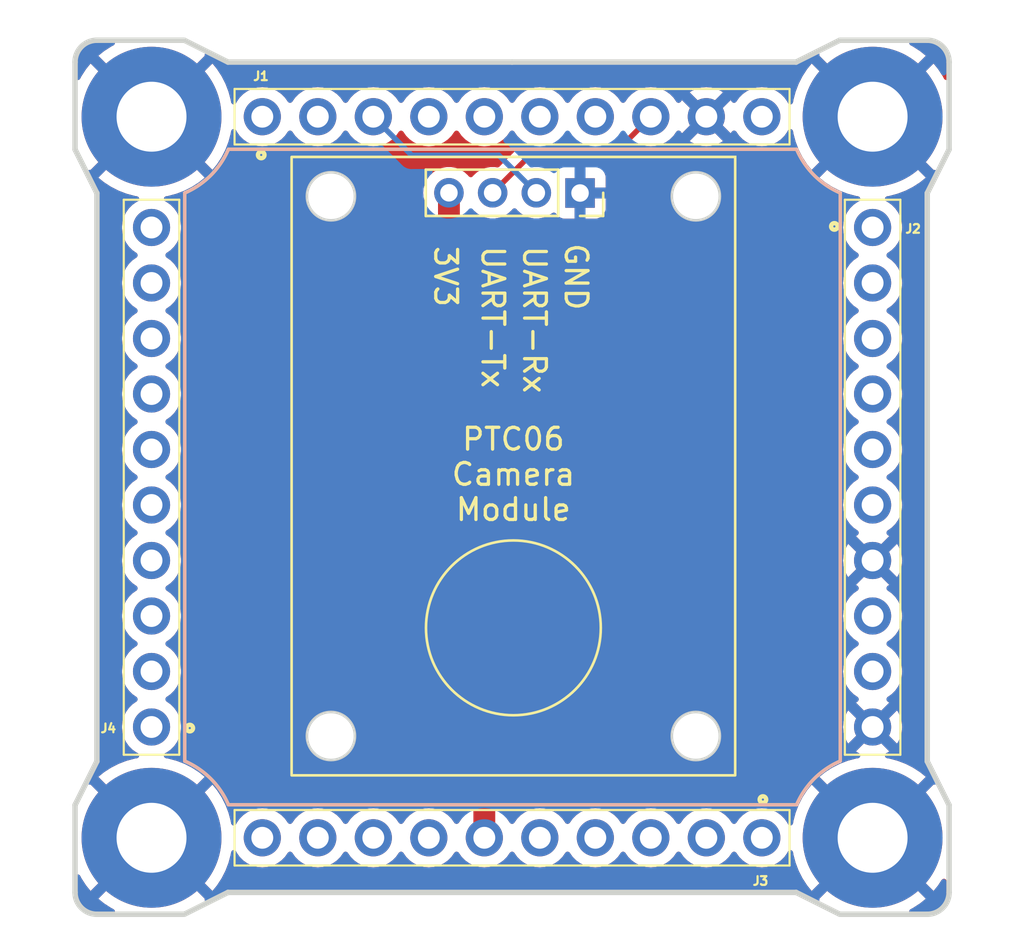
<source format=kicad_pcb>
(kicad_pcb (version 20221018) (generator pcbnew)
  (layers (0 "F.Cu" signal) (31 "B.Cu" signal) (34 "B.Paste" user) (35 "F.Paste" user) (36 "B.SilkS" user "B.Silkscreen") (37 "F.SilkS" user "F.Silkscreen") (38 "B.Mask" user) (39 "F.Mask" user) (44 "Edge.Cuts" user))
  (net 0 "")
  (net 1 "GND")
  (net 2 "/SDA1")
  (net 3 "/SCL1")
  (net 4 "/UART_RX")
  (net 5 "/KILLSWITCH+")
  (net 6 "/PFO")
  (net 7 "/BAT-")
  (net 8 "/NC")
  (net 9 "/UART_TX")
  (net 10 "/3V3_PERM")
  (net 11 "/STM32_PA15")
  (net 12 "/SWO")
  (net 13 "/BATT_NTC")
  (net 14 "/SOLAR_Y")
  (net 15 "/SEL_PH2")
  (net 16 "/SEL_PH1")
  (net 17 "/HEATER_PWR")
  (net 18 "/BURNCOMMS")
  (net 19 "/SOLAR_Z")
  (net 20 "/STM32_PB0")
  (net 21 "/ADCS_POWER")
  (net 22 "/RST_DRIVERS")
  (net 23 "/ADC_PH")
  (net 24 "/P{slash}L_POWER")
  (net 25 "/SEL_PH0")
  (net 26 "/VCC_UMBILICAL")
  (net 27 "/FAULT")
  (net 28 "/CHRG")
  (net 29 "/SOLAR_X")
  (net 30 "/CHRGOFF")
  (net 31 "/CLPROG")
  (net 32 "/SDA3")
  (net 33 "/NRST")
  (net 34 "/SWDIO")
  (net 35 "/SWCLK")
  (net 36 "/DAC_PL")
  (net 37 "/ADC_PL")
  (net 38 "/SCL3")
  (footprint "MountingHole:MountingHole_3.2mm_M3_Pad" (layer "F.Cu") (at 116.5 33.5)
    (fp_text reference "H2" hide)
    (fp_text value "MountingHole_Pad")
    (pad "1" thru_hole circle (at 0 0) (size 6.4 6.4) (drill 3.2) (layers "*.Cu" "*.Mask") (net 1 "GND"))
  )
  (footprint "connector-nsl:BBL-110-Y-X" (layer "F.Cu") (at 116.5 38.57 -90)
    (fp_text reference "J2" (at 0.061 -1.854 unlocked) (layer "F.SilkS") (effects (font (size 0.4 0.4))))
    (fp_text value "Conn_01x10" hide)
    (fp_line (start -1.27 -1.27) (end 24.13 -1.27) (stroke (width 0.1)) (layer "F.SilkS"))
    (fp_line (start -1.27 1.27) (end -1.27 -1.27) (stroke (width 0.1)) (layer "F.SilkS"))
    (fp_line (start 24.13 -1.27) (end 24.13 1.27) (stroke (width 0.1)) (layer "F.SilkS"))
    (fp_line (start 24.13 1.27) (end -1.27 1.27) (stroke (width 0.1)) (layer "F.SilkS"))
    (fp_circle (center -0.05 1.75) (end -0.05 1.8) (stroke (width 0.2)) (fill none) (layer "F.SilkS"))
    (pad "1" thru_hole circle (at 0 0 270) (size 1.7 1.7) (drill 1) (layers "*.Cu" "*.Mask") (net 11 "/STM32_PA15"))
    (pad "2" thru_hole circle (at 2.54 0 270) (size 1.7 1.7) (drill 1) (layers "*.Cu" "*.Mask") (net 12 "/SWO"))
    (pad "3" thru_hole circle (at 5.08 0 270) (size 1.7 1.7) (drill 1) (layers "*.Cu" "*.Mask") (net 13 "/BATT_NTC"))
    (pad "4" thru_hole circle (at 7.62 0 270) (size 1.7 1.7) (drill 1) (layers "*.Cu" "*.Mask") (net 14 "/SOLAR_Y"))
    (pad "5" thru_hole circle (at 10.16 0 270) (size 1.7 1.7) (drill 1) (layers "*.Cu" "*.Mask") (net 15 "/SEL_PH2"))
    (pad "6" thru_hole circle (at 12.7 0 270) (size 1.7 1.7) (drill 1) (layers "*.Cu" "*.Mask") (net 16 "/SEL_PH1"))
    (pad "7" thru_hole circle (at 15.24 0 270) (size 1.7 1.7) (drill 1) (layers "*.Cu" "*.Mask") (net 1 "GND"))
    (pad "8" thru_hole circle (at 17.78 0 270) (size 1.7 1.7) (drill 1) (layers "*.Cu" "*.Mask") (net 17 "/HEATER_PWR"))
    (pad "9" thru_hole circle (at 20.32 0 270) (size 1.7 1.7) (drill 1) (layers "*.Cu" "*.Mask") (net 18 "/BURNCOMMS"))
    (pad "10" thru_hole circle (at 22.86 0 270) (size 1.7 1.7) (drill 1) (layers "*.Cu" "*.Mask") (net 1 "GND"))
  )
  (footprint "connector-nsl:BBL-110-Y-X" (layer "F.Cu") (at 88.57 33.5)
    (fp_text reference "J1" (at -0.061 -1.854 unlocked) (layer "F.SilkS") (effects (font (size 0.4 0.4))))
    (fp_text value "Conn_01x10" hide)
    (fp_line (start -1.27 -1.27) (end 24.13 -1.27) (stroke (width 0.1)) (layer "F.SilkS"))
    (fp_line (start -1.27 1.27) (end -1.27 -1.27) (stroke (width 0.1)) (layer "F.SilkS"))
    (fp_line (start 24.13 -1.27) (end 24.13 1.27) (stroke (width 0.1)) (layer "F.SilkS"))
    (fp_line (start 24.13 1.27) (end -1.27 1.27) (stroke (width 0.1)) (layer "F.SilkS"))
    (fp_circle (center -0.05 1.75) (end -0.05 1.8) (stroke (width 0.2)) (fill none) (layer "F.SilkS"))
    (pad "1" thru_hole circle (at 0 0) (size 1.7 1.7) (drill 1) (layers "*.Cu" "*.Mask") (net 2 "/SDA1"))
    (pad "2" thru_hole circle (at 2.54 0) (size 1.7 1.7) (drill 1) (layers "*.Cu" "*.Mask") (net 3 "/SCL1"))
    (pad "3" thru_hole circle (at 5.08 0) (size 1.7 1.7) (drill 1) (layers "*.Cu" "*.Mask") (net 4 "/UART_RX"))
    (pad "4" thru_hole circle (at 7.62 0) (size 1.7 1.7) (drill 1) (layers "*.Cu" "*.Mask") (net 5 "/KILLSWITCH+"))
    (pad "5" thru_hole circle (at 10.16 0) (size 1.7 1.7) (drill 1) (layers "*.Cu" "*.Mask") (net 6 "/PFO"))
    (pad "6" thru_hole circle (at 12.7 0) (size 1.7 1.7) (drill 1) (layers "*.Cu" "*.Mask") (net 7 "/BAT-"))
    (pad "7" thru_hole circle (at 15.24 0) (size 1.7 1.7) (drill 1) (layers "*.Cu" "*.Mask") (net 8 "/NC"))
    (pad "8" thru_hole circle (at 17.78 0) (size 1.7 1.7) (drill 1) (layers "*.Cu" "*.Mask") (net 9 "/UART_TX"))
    (pad "9" thru_hole circle (at 20.32 0) (size 1.7 1.7) (drill 1) (layers "*.Cu" "*.Mask") (net 1 "GND"))
    (pad "10" thru_hole circle (at 22.86 0) (size 1.7 1.7) (drill 1) (layers "*.Cu" "*.Mask") (net 10 "/3V3_PERM"))
  )
  (footprint "connector-nsl:BBL-110-Y-X" (layer "F.Cu") (at 83.5 61.43 90)
    (fp_text reference "J4" (at -0.061 -1.976 unlocked) (layer "F.SilkS") (effects (font (size 0.4 0.4))))
    (fp_text value "Conn_01x10" hide)
    (fp_line (start -1.27 -1.27) (end 24.13 -1.27) (stroke (width 0.1)) (layer "F.SilkS"))
    (fp_line (start -1.27 1.27) (end -1.27 -1.27) (stroke (width 0.1)) (layer "F.SilkS"))
    (fp_line (start 24.13 -1.27) (end 24.13 1.27) (stroke (width 0.1)) (layer "F.SilkS"))
    (fp_line (start 24.13 1.27) (end -1.27 1.27) (stroke (width 0.1)) (layer "F.SilkS"))
    (fp_circle (center -0.05 1.75) (end -0.05 1.8) (stroke (width 0.2)) (fill none) (layer "F.SilkS"))
    (pad "1" thru_hole circle (at 0 0 90) (size 1.7 1.7) (drill 1) (layers "*.Cu" "*.Mask") (net 29 "/SOLAR_X"))
    (pad "2" thru_hole circle (at 2.54 0 90) (size 1.7 1.7) (drill 1) (layers "*.Cu" "*.Mask") (net 30 "/CHRGOFF"))
    (pad "3" thru_hole circle (at 5.08 0 90) (size 1.7 1.7) (drill 1) (layers "*.Cu" "*.Mask") (net 31 "/CLPROG"))
    (pad "4" thru_hole circle (at 7.62 0 90) (size 1.7 1.7) (drill 1) (layers "*.Cu" "*.Mask") (net 32 "/SDA3"))
    (pad "5" thru_hole circle (at 10.16 0 90) (size 1.7 1.7) (drill 1) (layers "*.Cu" "*.Mask") (net 33 "/NRST"))
    (pad "6" thru_hole circle (at 12.7 0 90) (size 1.7 1.7) (drill 1) (layers "*.Cu" "*.Mask") (net 34 "/SWDIO"))
    (pad "7" thru_hole circle (at 15.24 0 90) (size 1.7 1.7) (drill 1) (layers "*.Cu" "*.Mask") (net 35 "/SWCLK"))
    (pad "8" thru_hole circle (at 17.78 0 90) (size 1.7 1.7) (drill 1) (layers "*.Cu" "*.Mask") (net 36 "/DAC_PL"))
    (pad "9" thru_hole circle (at 20.32 0 90) (size 1.7 1.7) (drill 1) (layers "*.Cu" "*.Mask") (net 37 "/ADC_PL"))
    (pad "10" thru_hole circle (at 22.86 0 90) (size 1.7 1.7) (drill 1) (layers "*.Cu" "*.Mask") (net 38 "/SCL3"))
  )
  (footprint "MountingHole:MountingHole_3.2mm_M3_Pad" (layer "F.Cu") (at 116.5 66.5)
    (fp_text reference "H3" hide)
    (fp_text value "MountingHole_Pad")
    (pad "1" thru_hole circle (at 0 0) (size 6.4 6.4) (drill 3.2) (layers "*.Cu" "*.Mask") (net 1 "GND"))
  )
  (footprint "MountingHole:MountingHole_3.2mm_M3_Pad" (layer "F.Cu") (at 83.5 66.5)
    (fp_text reference "H4" hide)
    (fp_text value "MountingHole_Pad")
    (pad "1" thru_hole circle (at 0 0) (size 6.4 6.4) (drill 3.2) (layers "*.Cu" "*.Mask") (net 1 "GND"))
  )
  (footprint "sensor-nsl:PTC06" (layer "F.Cu") (at 100.0608 49.492 -90)
    (fp_text reference "U1" hide)
    (fp_text value "PTC06")
    (fp_text user "3V3" (at -10.16 3.683 -90 unlocked) (layer "F.SilkS") (effects (justify left bottom)))
    (fp_text user "UART-Rx" (at -10.16 -0.381 -90 unlocked) (layer "F.SilkS") (effects (justify left bottom)))
    (fp_text user "GND" (at -10.287 -2.286 -90 unlocked) (layer "F.SilkS") (effects (justify left bottom)))
    (fp_text user "UART-Tx" (at -10.16 1.524 -90 unlocked) (layer "F.SilkS") (effects (justify left bottom)))
    (fp_text_box "PTC06 Camera Module" (start -2.569 5.08) (end 3.4 -5.08) (angle 90) (layer "F.SilkS") (effects (font (size 1 1)) (justify top)))
    (fp_line (start -13.57 -2.05) (end -13.57 4.01) (stroke (width 0.12)) (layer "F.SilkS"))
    (fp_line (start -13.57 -2.05) (end -11.45 -2.05) (stroke (width 0.12)) (layer "F.SilkS"))
    (fp_line (start -13.57 4.01) (end -11.45 4.01) (stroke (width 0.12)) (layer "F.SilkS"))
    (fp_line (start -12.51 -4.11) (end -11.45 -4.11) (stroke (width 0.12)) (layer "F.SilkS"))
    (fp_line (start -11.45 -4.11) (end -11.45 -3.05) (stroke (width 0.12)) (layer "F.SilkS"))
    (fp_line (start -11.45 -2.05) (end -11.45 4.01) (stroke (width 0.12)) (layer "F.SilkS"))
    (fp_rect (start -14.15 -10.15) (end 14.15 10.15) (stroke (width 0.12)) (fill none) (layer "F.SilkS"))
    (fp_circle (center 7.4 0) (end 11.4 0) (stroke (width 0.12)) (fill none) (layer "F.SilkS"))
    (fp_circle (center -12.35 -8.35) (end -11.25 -8.35) (stroke (width 0.12)) (fill none) (layer "Edge.Cuts"))
    (fp_circle (center -12.35 8.35) (end -11.25 8.35) (stroke (width 0.12)) (fill none) (layer "Edge.Cuts"))
    (fp_circle (center 12.35 -8.35) (end 13.45 -8.35) (stroke (width 0.12)) (fill none) (layer "Edge.Cuts"))
    (fp_circle (center 12.35 8.35) (end 13.45 8.35) (stroke (width 0.12)) (fill none) (layer "Edge.Cuts"))
    (pad "1" thru_hole rect (at -12.5 -3.05 270) (size 1.35 1.35) (drill 0.8) (layers "*.Cu" "*.Mask") (net 1 "GND"))
    (pad "2" thru_hole oval (at -12.51 -1.05 270) (size 1.35 1.35) (drill 0.8) (layers "*.Cu" "*.Mask") (net 4 "/UART_RX"))
    (pad "3" thru_hole oval (at -12.51 0.95 270) (size 1.35 1.35) (drill 0.8) (layers "*.Cu" "*.Mask") (net 9 "/UART_TX"))
    (pad "4" thru_hole oval (at -12.51 2.95 270) (size 1.35 1.35) (drill 0.8) (layers "*.Cu" "*.Mask") (net 24 "/P{slash}L_POWER"))
  )
  (footprint "connector-nsl:BBL-110-Y-X" (layer "F.Cu") (at 111.43 66.5 180)
    (fp_text reference "J3" (at 0.061 -1.976 unlocked) (layer "F.SilkS") (effects (font (size 0.4 0.4))))
    (fp_text value "Conn_01x10" hide)
    (fp_line (start -1.27 -1.27) (end 24.13 -1.27) (stroke (width 0.1)) (layer "F.SilkS"))
    (fp_line (start -1.27 1.27) (end -1.27 -1.27) (stroke (width 0.1)) (layer "F.SilkS"))
    (fp_line (start 24.13 -1.27) (end 24.13 1.27) (stroke (width 0.1)) (layer "F.SilkS"))
    (fp_line (start 24.13 1.27) (end -1.27 1.27) (stroke (width 0.1)) (layer "F.SilkS"))
    (fp_circle (center -0.05 1.75) (end -0.05 1.8) (stroke (width 0.2)) (fill none) (layer "F.SilkS"))
    (pad "1" thru_hole circle (at 0 0 180) (size 1.7 1.7) (drill 1) (layers "*.Cu" "*.Mask") (net 19 "/SOLAR_Z"))
    (pad "2" thru_hole circle (at 2.54 0 180) (size 1.7 1.7) (drill 1) (layers "*.Cu" "*.Mask") (net 20 "/STM32_PB0"))
    (pad "3" thru_hole circle (at 5.08 0 180) (size 1.7 1.7) (drill 1) (layers "*.Cu" "*.Mask") (net 21 "/ADCS_POWER"))
    (pad "4" thru_hole circle (at 7.62 0 180) (size 1.7 1.7) (drill 1) (layers "*.Cu" "*.Mask") (net 22 "/RST_DRIVERS"))
    (pad "5" thru_hole circle (at 10.16 0 180) (size 1.7 1.7) (drill 1) (layers "*.Cu" "*.Mask") (net 23 "/ADC_PH"))
    (pad "6" thru_hole circle (at 12.7 0 180) (size 1.7 1.7) (drill 1) (layers "*.Cu" "*.Mask") (net 24 "/P{slash}L_POWER"))
    (pad "7" thru_hole circle (at 15.24 0 180) (size 1.7 1.7) (drill 1) (layers "*.Cu" "*.Mask") (net 25 "/SEL_PH0"))
    (pad "8" thru_hole circle (at 17.78 0 180) (size 1.7 1.7) (drill 1) (layers "*.Cu" "*.Mask") (net 26 "/VCC_UMBILICAL"))
    (pad "9" thru_hole circle (at 20.32 0 180) (size 1.7 1.7) (drill 1) (layers "*.Cu" "*.Mask") (net 27 "/FAULT"))
    (pad "10" thru_hole circle (at 22.86 0 180) (size 1.7 1.7) (drill 1) (layers "*.Cu" "*.Mask") (net 28 "/CHRG"))
  )
  (footprint "MountingHole:MountingHole_3.2mm_M3_Pad" (layer "F.Cu") (at 83.5 33.5)
    (fp_text reference "H1" hide)
    (fp_text value "MountingHole_Pad")
    (pad "1" thru_hole circle (at 0 0) (size 6.4 6.4) (drill 3.2) (layers "*.Cu" "*.Mask") (net 1 "GND"))
  )
  (gr_arc (start 115.020182 36.989817) (mid 113.827602 36.182398) (end 113.020183 34.989818) (stroke (width 0.15)) (layer "B.SilkS"))
  (gr_line (start 115.020182 62.989818) (end 115.020182 36.989818) (stroke (width 0.15)) (layer "B.SilkS"))
  (gr_line (start 85.020182 36.989818) (end 85.020182 62.989818) (stroke (width 0.15)) (layer "B.SilkS"))
  (gr_arc (start 85.020182 62.989819) (mid 86.212765 63.797235) (end 87.020181 64.989818) (stroke (width 0.15)) (layer "B.SilkS"))
  (gr_line (start 87.020182 64.989818) (end 113.020182 64.989818) (stroke (width 0.15)) (layer "B.SilkS"))
  (gr_line (start 87.020182 34.989818) (end 113.020182 34.989818) (stroke (width 0.15)) (layer "B.SilkS"))
  (gr_arc (start 113.020183 64.989818) (mid 113.827595 63.797228) (end 115.020182 62.989819) (stroke (width 0.15)) (layer "B.SilkS"))
  (gr_arc (start 87.020181 34.989818) (mid 86.212758 36.182392) (end 85.020182 36.989817) (stroke (width 0.15)) (layer "B.SilkS"))
  (gr_arc (start 87.020181 34.989818) (mid 86.212758 36.182392) (end 85.020182 36.989817) (stroke (width 0.15)) (layer "F.SilkS"))
  (gr_line (start 87.020182 64.989818) (end 113.020182 64.989818) (stroke (width 0.15)) (layer "F.SilkS"))
  (gr_arc (start 115.020182 36.989817) (mid 113.827602 36.182398) (end 113.020183 34.989818) (stroke (width 0.15)) (layer "F.SilkS"))
  (gr_arc (start 85.020182 62.989819) (mid 86.212765 63.797235) (end 87.020181 64.989818) (stroke (width 0.15)) (layer "F.SilkS"))
  (gr_line (start 115.020182 62.989818) (end 115.020182 36.989818) (stroke (width 0.15)) (layer "F.SilkS"))
  (gr_line (start 87.020182 34.989818) (end 113.020182 34.989818) (stroke (width 0.15)) (layer "F.SilkS"))
  (gr_arc (start 113.020183 64.989818) (mid 113.827595 63.797228) (end 115.020182 62.989819) (stroke (width 0.15)) (layer "F.SilkS"))
  (gr_line (start 85.020182 36.989818) (end 85.020182 62.989818) (stroke (width 0.15)) (layer "F.SilkS"))
  (gr_line (start 85 70) (end 81 70) (stroke (width 0.25)) (layer "Edge.Cuts"))
  (gr_line (start 80 35) (end 80 31) (stroke (width 0.25)) (layer "Edge.Cuts"))
  (gr_line (start 119 37) (end 119 63) (stroke (width 0.25)) (layer "Edge.Cuts"))
  (gr_line (start 80 69) (end 80 65) (stroke (width 0.25)) (layer "Edge.Cuts"))
  (gr_line (start 113 69) (end 87 69) (stroke (width 0.25)) (layer "Edge.Cuts"))
  (gr_line (start 120 65) (end 120 69) (stroke (width 0.25)) (layer "Edge.Cuts"))
  (gr_line (start 87 31) (end 99.999 31) (stroke (width 0.25)) (layer "Edge.Cuts"))
  (gr_line (start 80 65) (end 81 63) (stroke (width 0.25)) (layer "Edge.Cuts"))
  (gr_line (start 113 31) (end 114.999 30) (stroke (width 0.25)) (layer "Edge.Cuts"))
  (gr_arc (start 81 70) (mid 80.292893 69.707107) (end 80 69) (stroke (width 0.25)) (layer "Edge.Cuts"))
  (gr_line (start 119 63) (end 120 65) (stroke (width 0.25)) (layer "Edge.Cuts"))
  (gr_line (start 81 30) (end 85 30) (stroke (width 0.25)) (layer "Edge.Cuts"))
  (gr_line (start 120 35) (end 119 37) (stroke (width 0.25)) (layer "Edge.Cuts"))
  (gr_line (start 115 70) (end 119 70) (stroke (width 0.25)) (layer "Edge.Cuts"))
  (gr_arc (start 120 69) (mid 119.707107 69.707107) (end 119 70) (stroke (width 0.25)) (layer "Edge.Cuts"))
  (gr_arc (start 80 31) (mid 80.292893 30.292893) (end 81 30) (stroke (width 0.25)) (layer "Edge.Cuts"))
  (gr_line (start 99.999 31) (end 113 31) (stroke (width 0.25)) (layer "Edge.Cuts"))
  (gr_line (start 120 35) (end 120 31) (stroke (width 0.25)) (layer "Edge.Cuts"))
  (gr_line (start 114.999 30) (end 119 30) (stroke (width 0.25)) (layer "Edge.Cuts"))
  (gr_arc (start 119 30) (mid 119.707107 30.292893) (end 120 31) (stroke (width 0.25)) (layer "Edge.Cuts"))
  (gr_line (start 113 69) (end 115 70) (stroke (width 0.25)) (layer "Edge.Cuts"))
  (gr_line (start 85 30) (end 87 31) (stroke (width 0.25)) (layer "Edge.Cuts"))
  (gr_line (start 81 37) (end 80 35) (stroke (width 0.25)) (layer "Edge.Cuts"))
  (gr_line (start 81 63) (end 81 37) (stroke (width 0.25)) (layer "Edge.Cuts"))
  (gr_line (start 87 69) (end 85 70) (stroke (width 0.25)) (layer "Edge.Cuts"))
  (segment (start 101.1108 36.982) (end 99.3968 35.268) (width 0.25) (layer "B.Cu") (net 4))
  (segment (start 99.3968 35.268) (end 95.4088 35.268) (width 0.25) (layer "B.Cu") (net 4))
  (segment (start 95.4088 35.268) (end 93.65 33.5092) (width 0.25) (layer "B.Cu") (net 4))
  (segment (start 104.5912 35.268) (end 106.35 33.5092) (width 0.25) (layer "F.Cu") (net 9))
  (segment (start 100.8248 35.268) (end 104.5912 35.268) (width 0.25) (layer "F.Cu") (net 9))
  (segment (start 99.1108 36.982) (end 100.8248 35.268) (width 0.25) (layer "F.Cu") (net 9))
  (segment (start 97.1108 36.982) (end 97.1108 39.6128) (width 1) (layer "F.Cu") (net 24))
  (segment (start 98.73 41.232) (end 98.73 66.5) (width 1) (layer "F.Cu") (net 24))
  (segment (start 97.1108 39.6128) (end 98.73 41.232) (width 1) (layer "F.Cu") (net 24))
  (zone (net 1) (net_name "GND") (layer "F.Cu") (connect_pads (clearance 0.5)) (min_thickness 0.25) (fill yes (thermal_gap 0.5) (thermal_bridge_width 0.5))
    (polygon (pts (xy 80 29.868) (xy 80 70) (xy 119.878 70.254) (xy 120.132 29.868)))
  )
  (zone (net 1) (net_name "GND") (layer "B.Cu") (priority 1) (connect_pads (clearance 0.5)) (min_thickness 0.25) (fill yes (thermal_gap 0.5) (thermal_bridge_width 0.5))
    (polygon (pts (xy 80 70) (xy 119.878 70) (xy 119.878 29.868) (xy 80 29.868)))
  )
)
</source>
